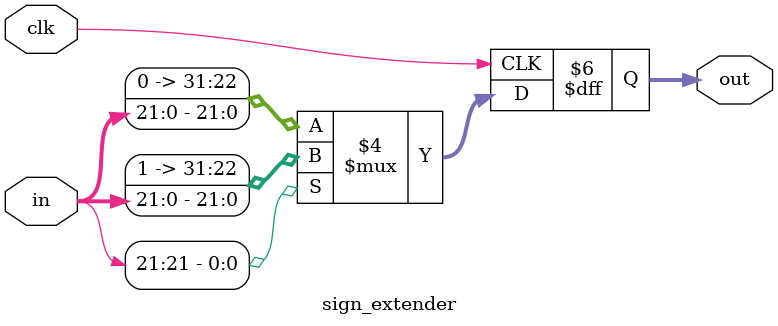
<source format=v>
`timescale 1ns / 1ps


module sign_extender(
    in, out, clk
    );
    input clk;
    input [21:0] in;
    output reg [31:0] out;
    
    always @(negedge clk) begin
        if (in[21] == 0) begin
            out = {10'b0000000000, in};
        end
        else begin
            out = {10'b1111111111, in};
        end
    end
endmodule

</source>
